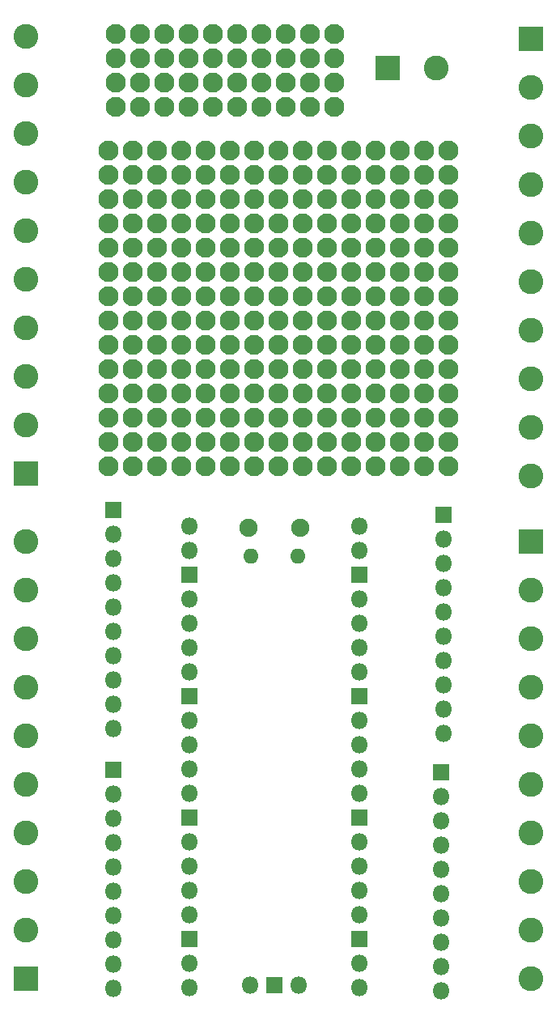
<source format=gbr>
%TF.GenerationSoftware,KiCad,Pcbnew,(5.1.6)-1*%
%TF.CreationDate,2021-02-04T13:55:20-05:00*%
%TF.ProjectId,MKME Pico Breakout,4d4b4d45-2050-4696-936f-20427265616b,rev?*%
%TF.SameCoordinates,Original*%
%TF.FileFunction,Soldermask,Bot*%
%TF.FilePolarity,Negative*%
%FSLAX46Y46*%
G04 Gerber Fmt 4.6, Leading zero omitted, Abs format (unit mm)*
G04 Created by KiCad (PCBNEW (5.1.6)-1) date 2021-02-04 13:55:20*
%MOMM*%
%LPD*%
G01*
G04 APERTURE LIST*
%ADD10O,1.800000X1.800000*%
%ADD11R,1.800000X1.800000*%
%ADD12O,1.900000X1.900000*%
%ADD13O,1.600000X1.600000*%
%ADD14C,2.100000*%
%ADD15R,2.600000X2.600000*%
%ADD16C,2.600000*%
G04 APERTURE END LIST*
D10*
%TO.C,U1*%
X140572000Y-86258001D03*
X140572000Y-88798001D03*
D11*
X140572000Y-91338001D03*
D10*
X140572000Y-93878001D03*
X140572000Y-96418001D03*
X140572000Y-98958001D03*
X140572000Y-101498001D03*
D11*
X140572000Y-104038001D03*
D10*
X140572000Y-106578001D03*
X140572000Y-109118001D03*
X140572000Y-111658001D03*
X140572000Y-114198001D03*
D11*
X140572000Y-116738001D03*
D10*
X140572000Y-119278001D03*
X140572000Y-121818001D03*
X140572000Y-124358001D03*
X140572000Y-126898001D03*
D11*
X140572000Y-129438001D03*
D10*
X140572000Y-131978001D03*
X140572000Y-134518001D03*
X158352000Y-134518001D03*
X158352000Y-131978001D03*
D11*
X158352000Y-129438001D03*
D10*
X158352000Y-126898001D03*
X158352000Y-124358001D03*
X158352000Y-121818001D03*
X158352000Y-119278001D03*
D11*
X158352000Y-116738001D03*
D10*
X158352000Y-114198001D03*
X158352000Y-111658001D03*
X158352000Y-109118001D03*
X158352000Y-106578001D03*
D11*
X158352000Y-104038001D03*
D10*
X158352000Y-101498001D03*
X158352000Y-98958001D03*
X158352000Y-96418001D03*
X158352000Y-93878001D03*
D11*
X158352000Y-91338001D03*
D10*
X158352000Y-88798001D03*
X158352000Y-86258001D03*
D12*
X146737000Y-86388001D03*
X152187000Y-86388001D03*
D13*
X147037000Y-89418001D03*
X151887000Y-89418001D03*
D10*
X146922000Y-134288001D03*
D11*
X149462000Y-134288001D03*
D10*
X152002000Y-134288001D03*
%TD*%
D14*
%TO.C,REF\u002A\u002A*%
X155702000Y-42418000D03*
%TD*%
%TO.C,REF\u002A\u002A*%
X153162000Y-42418000D03*
%TD*%
%TO.C,REF\u002A\u002A*%
X150622000Y-42418000D03*
%TD*%
%TO.C,REF\u002A\u002A*%
X148082000Y-42418000D03*
%TD*%
%TO.C,REF\u002A\u002A*%
X145542000Y-42418000D03*
%TD*%
%TO.C,REF\u002A\u002A*%
X143002000Y-42418000D03*
%TD*%
%TO.C,REF\u002A\u002A*%
X140462000Y-42418000D03*
%TD*%
%TO.C,REF\u002A\u002A*%
X137922000Y-42418000D03*
%TD*%
%TO.C,REF\u002A\u002A*%
X135382000Y-42418000D03*
%TD*%
%TO.C,REF\u002A\u002A*%
X132842000Y-42418000D03*
%TD*%
%TO.C,REF\u002A\u002A*%
X155702000Y-39878000D03*
%TD*%
%TO.C,REF\u002A\u002A*%
X153162000Y-39878000D03*
%TD*%
%TO.C,REF\u002A\u002A*%
X150622000Y-39878000D03*
%TD*%
%TO.C,REF\u002A\u002A*%
X148082000Y-39878000D03*
%TD*%
%TO.C,REF\u002A\u002A*%
X145542000Y-39878000D03*
%TD*%
%TO.C,REF\u002A\u002A*%
X143002000Y-39878000D03*
%TD*%
%TO.C,REF\u002A\u002A*%
X140462000Y-39878000D03*
%TD*%
%TO.C,REF\u002A\u002A*%
X137922000Y-39878000D03*
%TD*%
%TO.C,REF\u002A\u002A*%
X135382000Y-39878000D03*
%TD*%
%TO.C,REF\u002A\u002A*%
X132842000Y-39878000D03*
%TD*%
%TO.C,REF\u002A\u002A*%
X155702000Y-37338000D03*
%TD*%
%TO.C,REF\u002A\u002A*%
X153162000Y-37338000D03*
%TD*%
%TO.C,REF\u002A\u002A*%
X150622000Y-37338000D03*
%TD*%
%TO.C,REF\u002A\u002A*%
X148082000Y-37338000D03*
%TD*%
%TO.C,REF\u002A\u002A*%
X145542000Y-37338000D03*
%TD*%
%TO.C,REF\u002A\u002A*%
X143002000Y-37338000D03*
%TD*%
%TO.C,REF\u002A\u002A*%
X140462000Y-37338000D03*
%TD*%
%TO.C,REF\u002A\u002A*%
X137922000Y-37338000D03*
%TD*%
%TO.C,REF\u002A\u002A*%
X135382000Y-37338000D03*
%TD*%
%TO.C,REF\u002A\u002A*%
X132842000Y-37338000D03*
%TD*%
%TO.C,REF\u002A\u002A*%
X155702000Y-34798000D03*
%TD*%
%TO.C,REF\u002A\u002A*%
X153162000Y-34798000D03*
%TD*%
%TO.C,REF\u002A\u002A*%
X150622000Y-34798000D03*
%TD*%
%TO.C,REF\u002A\u002A*%
X148082000Y-34798000D03*
%TD*%
%TO.C,REF\u002A\u002A*%
X145542000Y-34798000D03*
%TD*%
%TO.C,REF\u002A\u002A*%
X143002000Y-34798000D03*
%TD*%
%TO.C,REF\u002A\u002A*%
X140462000Y-34798000D03*
%TD*%
%TO.C,REF\u002A\u002A*%
X137922000Y-34798000D03*
%TD*%
%TO.C,REF\u002A\u002A*%
X135382000Y-34798000D03*
%TD*%
%TO.C,REF\u002A\u002A*%
X132842000Y-34798000D03*
%TD*%
%TO.C,REF\u002A\u002A*%
X167640000Y-80010000D03*
%TD*%
%TO.C,REF\u002A\u002A*%
X165100000Y-80010000D03*
%TD*%
%TO.C,REF\u002A\u002A*%
X162560000Y-80010000D03*
%TD*%
%TO.C,REF\u002A\u002A*%
X160020000Y-80010000D03*
%TD*%
%TO.C,REF\u002A\u002A*%
X157480000Y-80010000D03*
%TD*%
%TO.C,REF\u002A\u002A*%
X154940000Y-80010000D03*
%TD*%
%TO.C,REF\u002A\u002A*%
X152400000Y-80010000D03*
%TD*%
%TO.C,REF\u002A\u002A*%
X149860000Y-80010000D03*
%TD*%
%TO.C,REF\u002A\u002A*%
X147320000Y-80010000D03*
%TD*%
%TO.C,REF\u002A\u002A*%
X144780000Y-80010000D03*
%TD*%
%TO.C,REF\u002A\u002A*%
X142240000Y-80010000D03*
%TD*%
%TO.C,REF\u002A\u002A*%
X139700000Y-80010000D03*
%TD*%
%TO.C,REF\u002A\u002A*%
X137160000Y-80010000D03*
%TD*%
%TO.C,REF\u002A\u002A*%
X134620000Y-80010000D03*
%TD*%
%TO.C,REF\u002A\u002A*%
X132080000Y-80010000D03*
%TD*%
%TO.C,REF\u002A\u002A*%
X167640000Y-77470000D03*
%TD*%
%TO.C,REF\u002A\u002A*%
X165100000Y-77470000D03*
%TD*%
%TO.C,REF\u002A\u002A*%
X162560000Y-77470000D03*
%TD*%
%TO.C,REF\u002A\u002A*%
X160020000Y-77470000D03*
%TD*%
%TO.C,REF\u002A\u002A*%
X157480000Y-77470000D03*
%TD*%
%TO.C,REF\u002A\u002A*%
X154940000Y-77470000D03*
%TD*%
%TO.C,REF\u002A\u002A*%
X152400000Y-77470000D03*
%TD*%
%TO.C,REF\u002A\u002A*%
X149860000Y-77470000D03*
%TD*%
%TO.C,REF\u002A\u002A*%
X147320000Y-77470000D03*
%TD*%
%TO.C,REF\u002A\u002A*%
X144780000Y-77470000D03*
%TD*%
%TO.C,REF\u002A\u002A*%
X142240000Y-77470000D03*
%TD*%
%TO.C,REF\u002A\u002A*%
X139700000Y-77470000D03*
%TD*%
%TO.C,REF\u002A\u002A*%
X137160000Y-77470000D03*
%TD*%
%TO.C,REF\u002A\u002A*%
X134620000Y-77470000D03*
%TD*%
%TO.C,REF\u002A\u002A*%
X132080000Y-77470000D03*
%TD*%
%TO.C,REF\u002A\u002A*%
X167640000Y-74930000D03*
%TD*%
%TO.C,REF\u002A\u002A*%
X165100000Y-74930000D03*
%TD*%
%TO.C,REF\u002A\u002A*%
X162560000Y-74930000D03*
%TD*%
%TO.C,REF\u002A\u002A*%
X160020000Y-74930000D03*
%TD*%
%TO.C,REF\u002A\u002A*%
X157480000Y-74930000D03*
%TD*%
%TO.C,REF\u002A\u002A*%
X154940000Y-74930000D03*
%TD*%
%TO.C,REF\u002A\u002A*%
X152400000Y-74930000D03*
%TD*%
%TO.C,REF\u002A\u002A*%
X149860000Y-74930000D03*
%TD*%
%TO.C,REF\u002A\u002A*%
X147320000Y-74930000D03*
%TD*%
%TO.C,REF\u002A\u002A*%
X144780000Y-74930000D03*
%TD*%
%TO.C,REF\u002A\u002A*%
X142240000Y-74930000D03*
%TD*%
%TO.C,REF\u002A\u002A*%
X139700000Y-74930000D03*
%TD*%
%TO.C,REF\u002A\u002A*%
X137160000Y-74930000D03*
%TD*%
%TO.C,REF\u002A\u002A*%
X134620000Y-74930000D03*
%TD*%
%TO.C,REF\u002A\u002A*%
X132080000Y-74930000D03*
%TD*%
%TO.C,REF\u002A\u002A*%
X167640000Y-72390000D03*
%TD*%
%TO.C,REF\u002A\u002A*%
X165100000Y-72390000D03*
%TD*%
%TO.C,REF\u002A\u002A*%
X162560000Y-72390000D03*
%TD*%
%TO.C,REF\u002A\u002A*%
X160020000Y-72390000D03*
%TD*%
%TO.C,REF\u002A\u002A*%
X157480000Y-72390000D03*
%TD*%
%TO.C,REF\u002A\u002A*%
X154940000Y-72390000D03*
%TD*%
%TO.C,REF\u002A\u002A*%
X152400000Y-72390000D03*
%TD*%
%TO.C,REF\u002A\u002A*%
X149860000Y-72390000D03*
%TD*%
%TO.C,REF\u002A\u002A*%
X147320000Y-72390000D03*
%TD*%
%TO.C,REF\u002A\u002A*%
X144780000Y-72390000D03*
%TD*%
%TO.C,REF\u002A\u002A*%
X142240000Y-72390000D03*
%TD*%
%TO.C,REF\u002A\u002A*%
X139700000Y-72390000D03*
%TD*%
%TO.C,REF\u002A\u002A*%
X137160000Y-72390000D03*
%TD*%
%TO.C,REF\u002A\u002A*%
X134620000Y-72390000D03*
%TD*%
%TO.C,REF\u002A\u002A*%
X132080000Y-72390000D03*
%TD*%
%TO.C,REF\u002A\u002A*%
X167640000Y-69850000D03*
%TD*%
%TO.C,REF\u002A\u002A*%
X165100000Y-69850000D03*
%TD*%
%TO.C,REF\u002A\u002A*%
X162560000Y-69850000D03*
%TD*%
%TO.C,REF\u002A\u002A*%
X160020000Y-69850000D03*
%TD*%
%TO.C,REF\u002A\u002A*%
X157480000Y-69850000D03*
%TD*%
%TO.C,REF\u002A\u002A*%
X154940000Y-69850000D03*
%TD*%
%TO.C,REF\u002A\u002A*%
X152400000Y-69850000D03*
%TD*%
%TO.C,REF\u002A\u002A*%
X149860000Y-69850000D03*
%TD*%
%TO.C,REF\u002A\u002A*%
X147320000Y-69850000D03*
%TD*%
%TO.C,REF\u002A\u002A*%
X144780000Y-69850000D03*
%TD*%
%TO.C,REF\u002A\u002A*%
X142240000Y-69850000D03*
%TD*%
%TO.C,REF\u002A\u002A*%
X139700000Y-69850000D03*
%TD*%
%TO.C,REF\u002A\u002A*%
X137160000Y-69850000D03*
%TD*%
%TO.C,REF\u002A\u002A*%
X134620000Y-69850000D03*
%TD*%
%TO.C,REF\u002A\u002A*%
X132080000Y-69850000D03*
%TD*%
%TO.C,REF\u002A\u002A*%
X167640000Y-67310000D03*
%TD*%
%TO.C,REF\u002A\u002A*%
X165100000Y-67310000D03*
%TD*%
%TO.C,REF\u002A\u002A*%
X162560000Y-67310000D03*
%TD*%
%TO.C,REF\u002A\u002A*%
X160020000Y-67310000D03*
%TD*%
%TO.C,REF\u002A\u002A*%
X157480000Y-67310000D03*
%TD*%
%TO.C,REF\u002A\u002A*%
X154940000Y-67310000D03*
%TD*%
%TO.C,REF\u002A\u002A*%
X152400000Y-67310000D03*
%TD*%
%TO.C,REF\u002A\u002A*%
X149860000Y-67310000D03*
%TD*%
%TO.C,REF\u002A\u002A*%
X147320000Y-67310000D03*
%TD*%
%TO.C,REF\u002A\u002A*%
X144780000Y-67310000D03*
%TD*%
%TO.C,REF\u002A\u002A*%
X142240000Y-67310000D03*
%TD*%
%TO.C,REF\u002A\u002A*%
X139700000Y-67310000D03*
%TD*%
%TO.C,REF\u002A\u002A*%
X137160000Y-67310000D03*
%TD*%
%TO.C,REF\u002A\u002A*%
X134620000Y-67310000D03*
%TD*%
%TO.C,REF\u002A\u002A*%
X132080000Y-67310000D03*
%TD*%
%TO.C,REF\u002A\u002A*%
X167640000Y-64770000D03*
%TD*%
%TO.C,REF\u002A\u002A*%
X165100000Y-64770000D03*
%TD*%
%TO.C,REF\u002A\u002A*%
X162560000Y-64770000D03*
%TD*%
%TO.C,REF\u002A\u002A*%
X160020000Y-64770000D03*
%TD*%
%TO.C,REF\u002A\u002A*%
X157480000Y-64770000D03*
%TD*%
%TO.C,REF\u002A\u002A*%
X154940000Y-64770000D03*
%TD*%
%TO.C,REF\u002A\u002A*%
X152400000Y-64770000D03*
%TD*%
%TO.C,REF\u002A\u002A*%
X149860000Y-64770000D03*
%TD*%
%TO.C,REF\u002A\u002A*%
X147320000Y-64770000D03*
%TD*%
%TO.C,REF\u002A\u002A*%
X144780000Y-64770000D03*
%TD*%
%TO.C,REF\u002A\u002A*%
X142240000Y-64770000D03*
%TD*%
%TO.C,REF\u002A\u002A*%
X139700000Y-64770000D03*
%TD*%
%TO.C,REF\u002A\u002A*%
X137160000Y-64770000D03*
%TD*%
%TO.C,REF\u002A\u002A*%
X134620000Y-64770000D03*
%TD*%
%TO.C,REF\u002A\u002A*%
X132080000Y-64770000D03*
%TD*%
%TO.C,REF\u002A\u002A*%
X167640000Y-62230000D03*
%TD*%
%TO.C,REF\u002A\u002A*%
X165100000Y-62230000D03*
%TD*%
%TO.C,REF\u002A\u002A*%
X162560000Y-62230000D03*
%TD*%
%TO.C,REF\u002A\u002A*%
X160020000Y-62230000D03*
%TD*%
%TO.C,REF\u002A\u002A*%
X157480000Y-62230000D03*
%TD*%
%TO.C,REF\u002A\u002A*%
X154940000Y-62230000D03*
%TD*%
%TO.C,REF\u002A\u002A*%
X152400000Y-62230000D03*
%TD*%
%TO.C,REF\u002A\u002A*%
X149860000Y-62230000D03*
%TD*%
%TO.C,REF\u002A\u002A*%
X147320000Y-62230000D03*
%TD*%
%TO.C,REF\u002A\u002A*%
X144780000Y-62230000D03*
%TD*%
%TO.C,REF\u002A\u002A*%
X142240000Y-62230000D03*
%TD*%
%TO.C,REF\u002A\u002A*%
X139700000Y-62230000D03*
%TD*%
%TO.C,REF\u002A\u002A*%
X137160000Y-62230000D03*
%TD*%
%TO.C,REF\u002A\u002A*%
X134620000Y-62230000D03*
%TD*%
%TO.C,REF\u002A\u002A*%
X132080000Y-62230000D03*
%TD*%
%TO.C,REF\u002A\u002A*%
X167640000Y-59690000D03*
%TD*%
%TO.C,REF\u002A\u002A*%
X165100000Y-59690000D03*
%TD*%
%TO.C,REF\u002A\u002A*%
X162560000Y-59690000D03*
%TD*%
%TO.C,REF\u002A\u002A*%
X160020000Y-59690000D03*
%TD*%
%TO.C,REF\u002A\u002A*%
X157480000Y-59690000D03*
%TD*%
%TO.C,REF\u002A\u002A*%
X154940000Y-59690000D03*
%TD*%
%TO.C,REF\u002A\u002A*%
X152400000Y-59690000D03*
%TD*%
%TO.C,REF\u002A\u002A*%
X149860000Y-59690000D03*
%TD*%
%TO.C,REF\u002A\u002A*%
X147320000Y-59690000D03*
%TD*%
%TO.C,REF\u002A\u002A*%
X144780000Y-59690000D03*
%TD*%
%TO.C,REF\u002A\u002A*%
X142240000Y-59690000D03*
%TD*%
%TO.C,REF\u002A\u002A*%
X139700000Y-59690000D03*
%TD*%
%TO.C,REF\u002A\u002A*%
X137160000Y-59690000D03*
%TD*%
%TO.C,REF\u002A\u002A*%
X134620000Y-59690000D03*
%TD*%
%TO.C,REF\u002A\u002A*%
X132080000Y-59690000D03*
%TD*%
%TO.C,REF\u002A\u002A*%
X167640000Y-57150000D03*
%TD*%
%TO.C,REF\u002A\u002A*%
X165100000Y-57150000D03*
%TD*%
%TO.C,REF\u002A\u002A*%
X162560000Y-57150000D03*
%TD*%
%TO.C,REF\u002A\u002A*%
X160020000Y-57150000D03*
%TD*%
%TO.C,REF\u002A\u002A*%
X157480000Y-57150000D03*
%TD*%
%TO.C,REF\u002A\u002A*%
X154940000Y-57150000D03*
%TD*%
%TO.C,REF\u002A\u002A*%
X152400000Y-57150000D03*
%TD*%
%TO.C,REF\u002A\u002A*%
X149860000Y-57150000D03*
%TD*%
%TO.C,REF\u002A\u002A*%
X147320000Y-57150000D03*
%TD*%
%TO.C,REF\u002A\u002A*%
X144780000Y-57150000D03*
%TD*%
%TO.C,REF\u002A\u002A*%
X142240000Y-57150000D03*
%TD*%
%TO.C,REF\u002A\u002A*%
X139700000Y-57150000D03*
%TD*%
%TO.C,REF\u002A\u002A*%
X137160000Y-57150000D03*
%TD*%
%TO.C,REF\u002A\u002A*%
X134620000Y-57150000D03*
%TD*%
%TO.C,REF\u002A\u002A*%
X132080000Y-57150000D03*
%TD*%
%TO.C,REF\u002A\u002A*%
X167640000Y-54610000D03*
%TD*%
%TO.C,REF\u002A\u002A*%
X165100000Y-54610000D03*
%TD*%
%TO.C,REF\u002A\u002A*%
X162560000Y-54610000D03*
%TD*%
%TO.C,REF\u002A\u002A*%
X160020000Y-54610000D03*
%TD*%
%TO.C,REF\u002A\u002A*%
X157480000Y-54610000D03*
%TD*%
%TO.C,REF\u002A\u002A*%
X154940000Y-54610000D03*
%TD*%
%TO.C,REF\u002A\u002A*%
X152400000Y-54610000D03*
%TD*%
%TO.C,REF\u002A\u002A*%
X149860000Y-54610000D03*
%TD*%
%TO.C,REF\u002A\u002A*%
X147320000Y-54610000D03*
%TD*%
%TO.C,REF\u002A\u002A*%
X144780000Y-54610000D03*
%TD*%
%TO.C,REF\u002A\u002A*%
X142240000Y-54610000D03*
%TD*%
%TO.C,REF\u002A\u002A*%
X139700000Y-54610000D03*
%TD*%
%TO.C,REF\u002A\u002A*%
X137160000Y-54610000D03*
%TD*%
%TO.C,REF\u002A\u002A*%
X134620000Y-54610000D03*
%TD*%
%TO.C,REF\u002A\u002A*%
X132080000Y-54610000D03*
%TD*%
%TO.C,REF\u002A\u002A*%
X167640000Y-52070000D03*
%TD*%
%TO.C,REF\u002A\u002A*%
X165100000Y-52070000D03*
%TD*%
%TO.C,REF\u002A\u002A*%
X162560000Y-52070000D03*
%TD*%
%TO.C,REF\u002A\u002A*%
X160020000Y-52070000D03*
%TD*%
%TO.C,REF\u002A\u002A*%
X157480000Y-52070000D03*
%TD*%
%TO.C,REF\u002A\u002A*%
X154940000Y-52070000D03*
%TD*%
%TO.C,REF\u002A\u002A*%
X152400000Y-52070000D03*
%TD*%
%TO.C,REF\u002A\u002A*%
X149860000Y-52070000D03*
%TD*%
%TO.C,REF\u002A\u002A*%
X147320000Y-52070000D03*
%TD*%
%TO.C,REF\u002A\u002A*%
X144780000Y-52070000D03*
%TD*%
%TO.C,REF\u002A\u002A*%
X142240000Y-52070000D03*
%TD*%
%TO.C,REF\u002A\u002A*%
X139700000Y-52070000D03*
%TD*%
%TO.C,REF\u002A\u002A*%
X137160000Y-52070000D03*
%TD*%
%TO.C,REF\u002A\u002A*%
X134620000Y-52070000D03*
%TD*%
%TO.C,REF\u002A\u002A*%
X132080000Y-52070000D03*
%TD*%
%TO.C,REF\u002A\u002A*%
X167640000Y-49530000D03*
%TD*%
%TO.C,REF\u002A\u002A*%
X165100000Y-49530000D03*
%TD*%
%TO.C,REF\u002A\u002A*%
X162560000Y-49530000D03*
%TD*%
%TO.C,REF\u002A\u002A*%
X160020000Y-49530000D03*
%TD*%
%TO.C,REF\u002A\u002A*%
X157480000Y-49530000D03*
%TD*%
%TO.C,REF\u002A\u002A*%
X154940000Y-49530000D03*
%TD*%
%TO.C,REF\u002A\u002A*%
X152400000Y-49530000D03*
%TD*%
%TO.C,REF\u002A\u002A*%
X149860000Y-49530000D03*
%TD*%
%TO.C,REF\u002A\u002A*%
X147320000Y-49530000D03*
%TD*%
%TO.C,REF\u002A\u002A*%
X144780000Y-49530000D03*
%TD*%
%TO.C,REF\u002A\u002A*%
X142240000Y-49530000D03*
%TD*%
%TO.C,REF\u002A\u002A*%
X139700000Y-49530000D03*
%TD*%
%TO.C,REF\u002A\u002A*%
X137160000Y-49530000D03*
%TD*%
%TO.C,REF\u002A\u002A*%
X134620000Y-49530000D03*
%TD*%
%TO.C,REF\u002A\u002A*%
X132080000Y-49530000D03*
%TD*%
%TO.C,REF\u002A\u002A*%
X167640000Y-46990000D03*
%TD*%
%TO.C,REF\u002A\u002A*%
X165100000Y-46990000D03*
%TD*%
%TO.C,REF\u002A\u002A*%
X162560000Y-46990000D03*
%TD*%
%TO.C,REF\u002A\u002A*%
X160020000Y-46990000D03*
%TD*%
%TO.C,REF\u002A\u002A*%
X157480000Y-46990000D03*
%TD*%
%TO.C,REF\u002A\u002A*%
X154940000Y-46990000D03*
%TD*%
%TO.C,REF\u002A\u002A*%
X152400000Y-46990000D03*
%TD*%
%TO.C,REF\u002A\u002A*%
X149860000Y-46990000D03*
%TD*%
%TO.C,REF\u002A\u002A*%
X147320000Y-46990000D03*
%TD*%
%TO.C,REF\u002A\u002A*%
X144780000Y-46990000D03*
%TD*%
%TO.C,REF\u002A\u002A*%
X142240000Y-46990000D03*
%TD*%
%TO.C,REF\u002A\u002A*%
X139700000Y-46990000D03*
%TD*%
%TO.C,REF\u002A\u002A*%
X137160000Y-46990000D03*
%TD*%
%TO.C,REF\u002A\u002A*%
X134620000Y-46990000D03*
%TD*%
%TO.C,REF\u002A\u002A*%
X132080000Y-46990000D03*
%TD*%
D15*
%TO.C,J3*%
X161290000Y-38354000D03*
D16*
X166370000Y-38354000D03*
%TD*%
D11*
%TO.C,J6*%
X166878000Y-112014000D03*
D10*
X166878000Y-114554000D03*
X166878000Y-117094000D03*
X166878000Y-119634000D03*
X166878000Y-122174000D03*
X166878000Y-124714000D03*
X166878000Y-127254000D03*
X166878000Y-129794000D03*
X166878000Y-132334000D03*
X166878000Y-134874000D03*
%TD*%
%TO.C,J7*%
X167132000Y-107950000D03*
X167132000Y-105410000D03*
X167132000Y-102870000D03*
X167132000Y-100330000D03*
X167132000Y-97790000D03*
X167132000Y-95250000D03*
X167132000Y-92710000D03*
X167132000Y-90170000D03*
X167132000Y-87630000D03*
D11*
X167132000Y-85090000D03*
%TD*%
%TO.C,J2*%
X132588000Y-111760000D03*
D10*
X132588000Y-114300000D03*
X132588000Y-116840000D03*
X132588000Y-119380000D03*
X132588000Y-121920000D03*
X132588000Y-124460000D03*
X132588000Y-127000000D03*
X132588000Y-129540000D03*
X132588000Y-132080000D03*
X132588000Y-134620000D03*
%TD*%
%TO.C,J5*%
X132588000Y-107442000D03*
X132588000Y-104902000D03*
X132588000Y-102362000D03*
X132588000Y-99822000D03*
X132588000Y-97282000D03*
X132588000Y-94742000D03*
X132588000Y-92202000D03*
X132588000Y-89662000D03*
X132588000Y-87122000D03*
D11*
X132588000Y-84582000D03*
%TD*%
D15*
%TO.C,J1*%
X123444000Y-133604000D03*
D16*
X123444000Y-128524000D03*
X123444000Y-123444000D03*
X123444000Y-118364000D03*
X123444000Y-113284000D03*
X123444000Y-108204000D03*
X123444000Y-103124000D03*
X123444000Y-98044000D03*
X123444000Y-92964000D03*
X123444000Y-87884000D03*
%TD*%
%TO.C,J4*%
X123444000Y-35052000D03*
X123444000Y-40132000D03*
X123444000Y-45212000D03*
X123444000Y-50292000D03*
X123444000Y-55372000D03*
X123444000Y-60452000D03*
X123444000Y-65532000D03*
X123444000Y-70612000D03*
X123444000Y-75692000D03*
D15*
X123444000Y-80772000D03*
%TD*%
%TO.C,J8*%
X176276000Y-87884000D03*
D16*
X176276000Y-92964000D03*
X176276000Y-98044000D03*
X176276000Y-103124000D03*
X176276000Y-108204000D03*
X176276000Y-113284000D03*
X176276000Y-118364000D03*
X176276000Y-123444000D03*
X176276000Y-128524000D03*
X176276000Y-133604000D03*
%TD*%
%TO.C,J9*%
X176276000Y-81026000D03*
X176276000Y-75946000D03*
X176276000Y-70866000D03*
X176276000Y-65786000D03*
X176276000Y-60706000D03*
X176276000Y-55626000D03*
X176276000Y-50546000D03*
X176276000Y-45466000D03*
X176276000Y-40386000D03*
D15*
X176276000Y-35306000D03*
%TD*%
M02*

</source>
